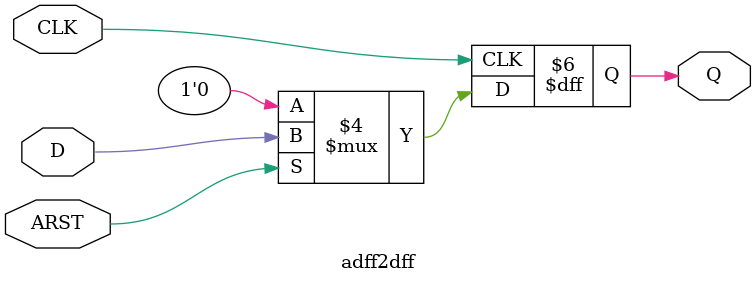
<source format=v>
(* techmap_celltype = "$adff" *)
module adff2dff (CLK, ARST, D, Q);

parameter WIDTH = 1;
parameter CLK_POLARITY = 1;
parameter ARST_POLARITY = 1;
parameter ARST_VALUE = 0;

input CLK, ARST;
input [WIDTH-1:0] D;
output reg [WIDTH-1:0] Q;

wire [1023:0] _TECHMAP_DO_ = "proc";

wire _TECHMAP_FAIL_ =
    !CLK_POLARITY || ARST_POLARITY;

always @(posedge CLK)
        if (!ARST)
                Q <= ARST_VALUE;
        else
                Q <= D;

endmodule

</source>
